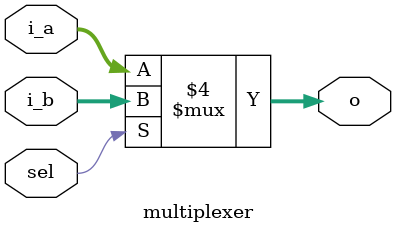
<source format=v>
module multiplexer (i_a, i_b, sel, o);             
 
// parameters
parameter WIDTH = 24;

// input ports
input signed [WIDTH-1:0] i_a;
input signed [WIDTH-1:0] i_b;

// control ports
input sel;

// output ports
output reg signed [WIDTH-1:0] o;

always @*
begin
    if (sel==1'b1) 
        o <= i_b;
    else
        o <= i_a;
end

 
endmodule
 
</source>
